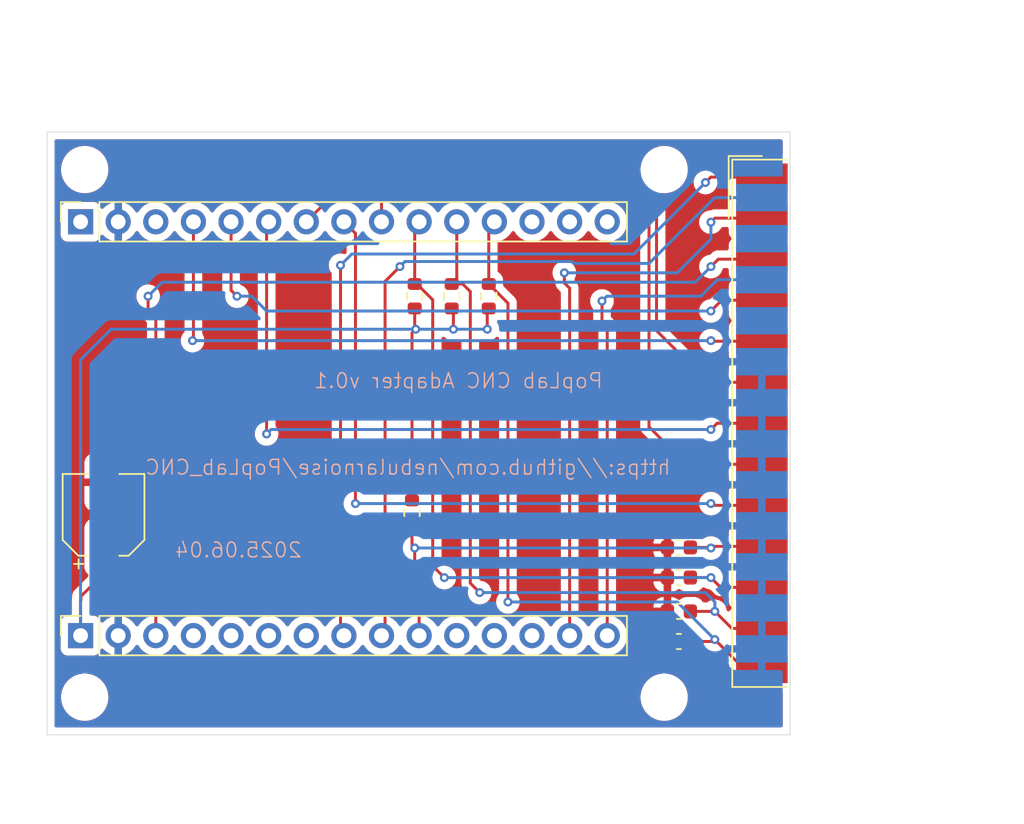
<source format=kicad_pcb>
(kicad_pcb (version 20241229) (generator "pcbnew") (generator_version "9.0")
  (layers (0 "F.Cu" signal) (2 "B.Cu" signal) (13 "F.Paste" user) (15 "B.Paste" user) (5 "F.SilkS" user "F.Silkscreen") (7 "B.SilkS" user "B.Silkscreen") (1 "F.Mask" user) (3 "B.Mask" user) (25 "Edge.Cuts" user))
  (net 0 "")
  (net 1 "GND")
  (net 3 "RX0")
  (net 4 "TX0")
  (net 5 "D4")
  (net 6 "D2")
  (net 7 "D5")
  (net 8 "3V3")
  (net 9 "RX2")
  (net 10 "D18")
  (net 11 "D22")
  (net 12 "TX2")
  (net 13 "D23")
  (net 14 "D19")
  (net 15 "D21")
  (net 16 "D15")
  (net 17 "VN")
  (net 18 "D26")
  (net 19 "D27")
  (net 20 "D14")
  (net 21 "D13")
  (net 22 "D35")
  (net 23 "D32")
  (net 24 "VIN")
  (net 25 "VP")
  (net 26 "D33")
  (net 27 "D12")
  (net 28 "EN")
  (net 29 "D25")
  (net 30 "D34")
  (footprint "Connector_PinSocket_2.54mm:PinSocket_1x15_P2.54mm_Vertical" (layer "F.Cu") (at 45.44 82.915 90)
    (property "Reference" "J2" (hide yes))
    (property "Value" "Conn_01x15_Socket")
    (fp_line (start 1.33 -1.33) (end 1.33 0) (stroke (width 0.12)) (layer "F.SilkS"))
    (fp_line (start 0 -1.33) (end 1.33 -1.33) (stroke (width 0.12)) (layer "F.SilkS"))
    (fp_line (start 1.33 1.27) (end 1.33 36.89) (stroke (width 0.12)) (layer "F.SilkS"))
    (fp_line (start -1.33 1.27) (end 1.33 1.27) (stroke (width 0.12)) (layer "F.SilkS"))
    (fp_line (start -1.33 1.27) (end -1.33 36.89) (stroke (width 0.12)) (layer "F.SilkS"))
    (fp_line (start -1.33 36.89) (end 1.33 36.89) (stroke (width 0.12)) (layer "F.SilkS"))
    (pad "1" thru_hole rect (at 0 0 90) (size 1.7 1.7) (drill 1) (layers "*.Cu" "*.Mask") (net 8 "3V3"))
    (pad "2" thru_hole oval (at 0 2.54 90) (size 1.7 1.7) (drill 1) (layers "*.Cu" "*.Mask") (net 1 "GND"))
    (pad "3" thru_hole oval (at 0 5.08 90) (size 1.7 1.7) (drill 1) (layers "*.Cu" "*.Mask") (net 16 "D15"))
    (pad "4" thru_hole oval (at 0 7.62 90) (size 1.7 1.7) (drill 1) (layers "*.Cu" "*.Mask") (net 6 "D2"))
    (pad "5" thru_hole oval (at 0 10.16 90) (size 1.7 1.7) (drill 1) (layers "*.Cu" "*.Mask") (net 5 "D4"))
    (pad "6" thru_hole oval (at 0 12.7 90) (size 1.7 1.7) (drill 1) (layers "*.Cu" "*.Mask") (net 9 "RX2"))
    (pad "7" thru_hole oval (at 0 15.24 90) (size 1.7 1.7) (drill 1) (layers "*.Cu" "*.Mask") (net 12 "TX2"))
    (pad "8" thru_hole oval (at 0 17.78 90) (size 1.7 1.7) (drill 1) (layers "*.Cu" "*.Mask") (net 7 "D5"))
    (pad "9" thru_hole oval (at 0 20.32 90) (size 1.7 1.7) (drill 1) (layers "*.Cu" "*.Mask") (net 10 "D18"))
    (pad "10" thru_hole oval (at 0 22.86 90) (size 1.7 1.7) (drill 1) (layers "*.Cu" "*.Mask") (net 14 "D19"))
    (pad "11" thru_hole oval (at 0 25.4 90) (size 1.7 1.7) (drill 1) (layers "*.Cu" "*.Mask") (net 15 "D21"))
    (pad "12" thru_hole oval (at 0 27.94 90) (size 1.7 1.7) (drill 1) (layers "*.Cu" "*.Mask") (net 3 "RX0"))
    (pad "13" thru_hole oval (at 0 30.48 90) (size 1.7 1.7) (drill 1) (layers "*.Cu" "*.Mask") (net 4 "TX0"))
    (pad "14" thru_hole oval (at 0 33.02 90) (size 1.7 1.7) (drill 1) (layers "*.Cu" "*.Mask") (net 11 "D22"))
    (pad "15" thru_hole oval (at 0 35.56 90) (size 1.7 1.7) (drill 1) (layers "*.Cu" "*.Mask") (net 13 "D23"))
  )
  (footprint "Resistor_SMD:R_0603_1608Metric" (layer "F.Cu") (at 73 60 90)
    (property "Reference" "R4" (hide yes))
    (property "Value" "10k")
    (fp_line (start -0.237258 -0.5225) (end 0.237258 -0.5225) (stroke (width 0.12)) (layer "F.SilkS"))
    (fp_line (start -0.237258 0.5225) (end 0.237258 0.5225) (stroke (width 0.12)) (layer "F.SilkS"))
    (pad "1" smd roundrect (at -0.825 0 90) (size 0.8 0.95) (layers "F.Cu" "F.Mask" "F.Paste") (net 8 "3V3"))
    (pad "2" smd roundrect (at 0.825 0 90) (size 0.8 0.95) (layers "F.Cu" "F.Mask" "F.Paste") (net 30 "D34"))
  )
  (footprint "Resistor_SMD:R_0603_1608Metric" (layer "F.Cu") (at 68 60 90)
    (property "Reference" "R2" (hide yes))
    (property "Value" "10k")
    (fp_line (start -0.237258 -0.5225) (end 0.237258 -0.5225) (stroke (width 0.12)) (layer "F.SilkS"))
    (fp_line (start -0.237258 0.5225) (end 0.237258 0.5225) (stroke (width 0.12)) (layer "F.SilkS"))
    (pad "1" smd roundrect (at -0.825 0 90) (size 0.8 0.95) (layers "F.Cu" "F.Mask" "F.Paste") (net 8 "3V3"))
    (pad "2" smd roundrect (at 0.825 0 90) (size 0.8 0.95) (layers "F.Cu" "F.Mask" "F.Paste") (net 23 "D32"))
  )
  (footprint "MountingHole:MountingHole_2.7mm_M2.5" (layer "F.Cu") (at 84.845 87.075)
    (property "Reference" "H4" (hide yes))
    (property "Value" "MountingHole")
    (pad "" np_thru_hole circle (at 0 0) (size 2.7 2.7) (drill 2.7) (layers "*.Cu" "*.Mask"))
  )
  (footprint "Capacitor_SMD:C_0603_1608Metric" (layer "F.Cu") (at 85.839 81.28 180)
    (property "Reference" "C3" (hide yes))
    (property "Value" "100nF")
    (fp_line (start -0.14058 0.51) (end 0.14058 0.51) (stroke (width 0.12)) (layer "F.SilkS"))
    (fp_line (start -0.14058 -0.51) (end 0.14058 -0.51) (stroke (width 0.12)) (layer "F.SilkS"))
    (pad "1" smd roundrect (at -0.775 0 180) (size 0.9 0.95) (layers "F.Cu" "F.Mask" "F.Paste") (net 22 "D35"))
    (pad "2" smd roundrect (at 0.775 0 180) (size 0.9 0.95) (layers "F.Cu" "F.Mask" "F.Paste") (net 1 "GND"))
  )
  (footprint "MountingHole:MountingHole_2.7mm_M2.5" (layer "F.Cu") (at 45.72 87.075)
    (property "Reference" "H2" (hide yes))
    (property "Value" "MountingHole")
    (pad "" np_thru_hole circle (at 0 0) (size 2.7 2.7) (drill 2.7) (layers "*.Cu" "*.Mask"))
  )
  (footprint "MountingHole:MountingHole_2.7mm_M2.5" (layer "F.Cu") (at 45.72 51.45)
    (property "Reference" "H1" (hide yes))
    (property "Value" "MountingHole")
    (pad "" np_thru_hole circle (at 0 0) (size 2.7 2.7) (drill 2.7) (layers "*.Cu" "*.Mask"))
  )
  (footprint "Resistor_SMD:R_0603_1608Metric" (layer "F.Cu") (at 67.818 74.613 -90)
    (property "Reference" "R1" (hide yes))
    (property "Value" "10k")
    (fp_line (start -0.237258 0.5225) (end 0.237258 0.5225) (stroke (width 0.12)) (layer "F.SilkS"))
    (fp_line (start -0.237258 -0.5225) (end 0.237258 -0.5225) (stroke (width 0.12)) (layer "F.SilkS"))
    (pad "1" smd roundrect (at -0.825 0 270) (size 0.8 0.95) (layers "F.Cu" "F.Mask" "F.Paste") (net 8 "3V3"))
    (pad "2" smd roundrect (at 0.825 0 270) (size 0.8 0.95) (layers "F.Cu" "F.Mask" "F.Paste") (net 14 "D19"))
  )
  (footprint "Capacitor_SMD:CP_Elec_5x5.8" (layer "F.Cu") (at 46.99 74.762 90)
    (property "Reference" "C5" (hide yes))
    (property "Value" "10uF")
    (fp_line (start 2.76 -2.76) (end 2.76 -1.06) (stroke (width 0.12)) (layer "F.SilkS"))
    (fp_line (start -1.695563 -2.76) (end 2.76 -2.76) (stroke (width 0.12)) (layer "F.SilkS"))
    (fp_line (start -3.3125 -1.9975) (end -3.3125 -1.3725) (stroke (width 0.12)) (layer "F.SilkS"))
    (fp_line (start -2.76 -1.695563) (end -1.695563 -2.76) (stroke (width 0.12)) (layer "F.SilkS"))
    (fp_line (start -2.76 -1.695563) (end -2.76 -1.06) (stroke (width 0.12)) (layer "F.SilkS"))
    (fp_line (start -3.625 -1.685) (end -3 -1.685) (stroke (width 0.12)) (layer "F.SilkS"))
    (fp_line (start -2.76 1.695563) (end -2.76 1.06) (stroke (width 0.12)) (layer "F.SilkS"))
    (fp_line (start -2.76 1.695563) (end -1.695563 2.76) (stroke (width 0.12)) (layer "F.SilkS"))
    (fp_line (start 2.76 2.76) (end 2.76 1.06) (stroke (width 0.12)) (layer "F.SilkS"))
    (fp_line (start -1.695563 2.76) (end 2.76 2.76) (stroke (width 0.12)) (layer "F.SilkS"))
    (pad "1" smd roundrect (at -2.2 0 90) (size 3 1.6) (layers "F.Cu" "F.Mask" "F.Paste") (roundrect_rratio 0.15625) (net 8 "3V3"))
    (pad "2" smd roundrect (at 2.2 0 90) (size 3 1.6) (layers "F.Cu" "F.Mask" "F.Paste") (roundrect_rratio 0.15625) (net 1 "GND"))
  )
  (footprint "Capacitor_SMD:C_0603_1608Metric" (layer "F.Cu") (at 85.839 83.312 180)
    (property "Reference" "C4" (hide yes))
    (property "Value" "100nF")
    (fp_line (start -0.14058 0.51) (end 0.14058 0.51) (stroke (width 0.12)) (layer "F.SilkS"))
    (fp_line (start -0.14058 -0.51) (end 0.14058 -0.51) (stroke (width 0.12)) (layer "F.SilkS"))
    (pad "1" smd roundrect (at -0.775 0 180) (size 0.9 0.95) (layers "F.Cu" "F.Mask" "F.Paste") (net 30 "D34"))
    (pad "2" smd roundrect (at 0.775 0 180) (size 0.9 0.95) (layers "F.Cu" "F.Mask" "F.Paste") (net 1 "GND"))
  )
  (footprint "Resistor_SMD:R_0603_1608Metric" (layer "F.Cu") (at 70.5 60 90)
    (property "Reference" "R3" (hide yes))
    (property "Value" "10k")
    (fp_line (start -0.237258 -0.5225) (end 0.237258 -0.5225) (stroke (width 0.12)) (layer "F.SilkS"))
    (fp_line (start -0.237258 0.5225) (end 0.237258 0.5225) (stroke (width 0.12)) (layer "F.SilkS"))
    (pad "1" smd roundrect (at -0.825 0 90) (size 0.8 0.95) (layers "F.Cu" "F.Mask" "F.Paste") (net 8 "3V3"))
    (pad "2" smd roundrect (at 0.825 0 90) (size 0.8 0.95) (layers "F.Cu" "F.Mask" "F.Paste") (net 22 "D35"))
  )
  (footprint "Connector_PinSocket_2.54mm:PinSocket_1x15_P2.54mm_Vertical" (layer "F.Cu") (at 45.44 54.975 90)
    (property "Reference" "J3" (hide yes))
    (property "Value" "Conn_01x15_Socket")
    (fp_line (start 1.33 -1.33) (end 1.33 0) (stroke (width 0.12)) (layer "F.SilkS"))
    (fp_line (start 0 -1.33) (end 1.33 -1.33) (stroke (width 0.12)) (layer "F.SilkS"))
    (fp_line (start 1.33 1.27) (end 1.33 36.89) (stroke (width 0.12)) (layer "F.SilkS"))
    (fp_line (start -1.33 1.27) (end 1.33 1.27) (stroke (width 0.12)) (layer "F.SilkS"))
    (fp_line (start -1.33 1.27) (end -1.33 36.89) (stroke (width 0.12)) (layer "F.SilkS"))
    (fp_line (start -1.33 36.89) (end 1.33 36.89) (stroke (width 0.12)) (layer "F.SilkS"))
    (pad "1" thru_hole rect (at 0 0 90) (size 1.7 1.7) (drill 1) (layers "*.Cu" "*.Mask") (net 24 "VIN"))
    (pad "2" thru_hole oval (at 0 2.54 90) (size 1.7 1.7) (drill 1) (layers "*.Cu" "*.Mask") (net 1 "GND"))
    (pad "3" thru_hole oval (at 0 5.08 90) (size 1.7 1.7) (drill 1) (layers "*.Cu" "*.Mask") (net 21 "D13"))
    (pad "4" thru_hole oval (at 0 7.62 90) (size 1.7 1.7) (drill 1) (layers "*.Cu" "*.Mask") (net 27 "D12"))
    (pad "5" thru_hole oval (at 0 10.16 90) (size 1.7 1.7) (drill 1) (layers "*.Cu" "*.Mask") (net 20 "D14"))
    (pad "6" thru_hole oval (at 0 12.7 90) (size 1.7 1.7) (drill 1) (layers "*.Cu" "*.Mask") (net 19 "D27"))
    (pad "7" thru_hole oval (at 0 15.24 90) (size 1.7 1.7) (drill 1) (layers "*.Cu" "*.Mask") (net 18 "D26"))
    (pad "8" thru_hole oval (at 0 17.78 90) (size 1.7 1.7) (drill 1) (layers "*.Cu" "*.Mask") (net 29 "D25"))
    (pad "9" thru_hole oval (at 0 20.32 90) (size 1.7 1.7) (drill 1) (layers "*.Cu" "*.Mask") (net 26 "D33"))
    (pad "10" thru_hole oval (at 0 22.86 90) (size 1.7 1.7) (drill 1) (layers "*.Cu" "*.Mask") (net 23 "D32"))
    (pad "11" thru_hole oval (at 0 25.4 90) (size 1.7 1.7) (drill 1) (layers "*.Cu" "*.Mask") (net 22 "D35"))
    (pad "12" thru_hole oval (at 0 27.94 90) (size 1.7 1.7) (drill 1) (layers "*.Cu" "*.Mask") (net 30 "D34"))
    (pad "13" thru_hole oval (at 0 30.48 90) (size 1.7 1.7) (drill 1) (layers "*.Cu" "*.Mask") (net 17 "VN"))
    (pad "14" thru_hole oval (at 0 33.02 90) (size 1.7 1.7) (drill 1) (layers "*.Cu" "*.Mask") (net 25 "VP"))
    (pad "15" thru_hole oval (at 0 35.56 90) (size 1.7 1.7) (drill 1) (layers "*.Cu" "*.Mask") (net 28 "EN"))
  )
  (footprint "Capacitor_SMD:C_0603_1608Metric" (layer "F.Cu") (at 85.839 78.994 180)
    (property "Reference" "C2" (hide yes))
    (property "Value" "100nF")
    (fp_line (start -0.14058 0.51) (end 0.14058 0.51) (stroke (width 0.12)) (layer "F.SilkS"))
    (fp_line (start -0.14058 -0.51) (end 0.14058 -0.51) (stroke (width 0.12)) (layer "F.SilkS"))
    (pad "1" smd roundrect (at -0.775 0 180) (size 0.9 0.95) (layers "F.Cu" "F.Mask" "F.Paste") (net 23 "D32"))
    (pad "2" smd roundrect (at 0.775 0 180) (size 0.9 0.95) (layers "F.Cu" "F.Mask" "F.Paste") (net 1 "GND"))
  )
  (footprint "Connector_Dsub:DSUB-25_Female_EdgeMount_P2.77mm" (layer "F.Cu") (at 91.44 68.58 90)
    (property "Reference" "J1" (hide yes))
    (property "Value" "DB25_Plug")
    (fp_line (start 18.043333 -2.24) (end 13.85 -2.24) (stroke (width 0.12)) (layer "F.SilkS"))
    (fp_line (start 17.803333 -2) (end -17.803333 -2) (stroke (width 0.12)) (layer "F.SilkS"))
    (fp_line (start -17.803333 -2) (end -17.803333 1.74) (stroke (width 0.12)) (layer "F.SilkS"))
    (fp_line (start 18.043333 0) (end 18.043333 -2.24) (stroke (width 0.12)) (layer "F.SilkS"))
    (fp_line (start 17.803333 1.74) (end 17.803333 -2) (stroke (width 0.12)) (layer "F.SilkS"))
    (pad "1" smd rect (at 16.62 0 90) (size 1.846667 3.48) (layers "F.Cu" "F.Mask" "F.Paste") (net 7 "D5"))
    (pad "2" smd rect (at 13.85 0 90) (size 1.846667 3.48) (layers "F.Cu" "F.Mask" "F.Paste") (net 11 "D22"))
    (pad "3" smd rect (at 11.08 0 90) (size 1.846667 3.48) (layers "F.Cu" "F.Mask" "F.Paste") (net 16 "D15"))
    (pad "4" smd rect (at 8.31 0 90) (size 1.846667 3.48) (layers "F.Cu" "F.Mask" "F.Paste") (net 20 "D14"))
    (pad "5" smd rect (at 5.54 0 90) (size 1.846667 3.48) (layers "F.Cu" "F.Mask" "F.Paste") (net 27 "D12"))
    (pad "6" smd rect (at 2.77 0 90) (size 1.846667 3.48) (layers "F.Cu" "F.Mask" "F.Paste") (net 18 "D26"))
    (pad "7" smd rect (at 0 0 90) (size 1.846667 3.48) (layers "F.Cu" "F.Mask" "F.Paste") (net 19 "D27"))
    (pad "8" smd rect (at -2.77 0 90) (size 1.846667 3.48) (layers "F.Cu" "F.Mask" "F.Paste") (net 26 "D33"))
    (pad "9" smd rect (at -5.54 0 90) (size 1.846667 3.48) (layers "F.Cu" "F.Mask" "F.Paste") (net 29 "D25"))
    (pad "10" smd rect (at -8.31 0 90) (size 1.846667 3.48) (layers "F.Cu" "F.Mask" "F.Paste") (net 14 "D19"))
    (pad "11" smd rect (at -11.08 0 90) (size 1.846667 3.48) (layers "F.Cu" "F.Mask" "F.Paste") (net 23 "D32"))
    (pad "12" smd rect (at -13.85 0 90) (size 1.846667 3.48) (layers "F.Cu" "F.Mask" "F.Paste") (net 22 "D35"))
    (pad "13" smd rect (at -16.62 0 90) (size 1.846667 3.48) (layers "F.Cu" "F.Mask" "F.Paste") (net 30 "D34"))
    (pad "14" smd rect (at 15.235 0 90) (size 1.846667 3.48) (layers "B.Cu" "B.Mask" "B.Paste") (net 10 "D18"))
    (pad "15" smd rect (at 12.465 0 90) (size 1.846667 3.48) (layers "B.Cu" "B.Mask" "B.Paste"))
    (pad "16" smd rect (at 9.695 0 90) (size 1.846667 3.48) (layers "B.Cu" "B.Mask" "B.Paste") (net 13 "D23"))
    (pad "17" smd rect (at 6.925 0 90) (size 1.846667 3.48) (layers "B.Cu" "B.Mask" "B.Paste"))
    (pad "18" smd rect (at 4.155 0 90) (size 1.846667 3.48) (layers "B.Cu" "B.Mask" "B.Paste") (net 1 "GND"))
    (pad "19" smd rect (at 1.385 0 90) (size 1.846667 3.48) (layers "B.Cu" "B.Mask" "B.Paste") (net 1 "GND"))
    (pad "20" smd rect (at -1.385 0 90) (size 1.846667 3.48) (layers "B.Cu" "B.Mask" "B.Paste") (net 1 "GND"))
    (pad "21" smd rect (at -4.155 0 90) (size 1.846667 3.48) (layers "B.Cu" "B.Mask" "B.Paste") (net 1 "GND"))
    (pad "22" smd rect (at -6.925 0 90) (size 1.846667 3.48) (layers "B.Cu" "B.Mask" "B.Paste") (net 1 "GND"))
    (pad "23" smd rect (at -9.695 0 90) (size 1.846667 3.48) (layers "B.Cu" "B.Mask" "B.Paste") (net 1 "GND"))
    (pad "24" smd rect (at -12.465 0 90) (size 1.846667 3.48) (layers "B.Cu" "B.Mask" "B.Paste") (net 1 "GND"))
    (pad "25" smd rect (at -15.235 0 90) (size 1.846667 3.48) (layers "B.Cu" "B.Mask" "B.Paste") (net 1 "GND"))
  )
  (footprint "MountingHole:MountingHole_2.7mm_M2.5" (layer "F.Cu") (at 84.845 51.45)
    (property "Reference" "H3" (hide yes))
    (property "Value" "MountingHole")
    (pad "" np_thru_hole circle (at 0 0) (size 2.7 2.7) (drill 2.7) (layers "*.Cu" "*.Mask"))
  )
  (footprint "Capacitor_SMD:C_0603_1608Metric" (layer "F.Cu") (at 85.839 76.962 180)
    (property "Reference" "C1" (hide yes))
    (property "Value" "100nF")
    (fp_line (start -0.14058 0.51) (end 0.14058 0.51) (stroke (width 0.12)) (layer "F.SilkS"))
    (fp_line (start -0.14058 -0.51) (end 0.14058 -0.51) (stroke (width 0.12)) (layer "F.SilkS"))
    (pad "1" smd roundrect (at -0.775 0 180) (size 0.9 0.95) (layers "F.Cu" "F.Mask" "F.Paste") (net 14 "D19"))
    (pad "2" smd roundrect (at 0.775 0 180) (size 0.9 0.95) (layers "F.Cu" "F.Mask" "F.Paste") (net 1 "GND"))
  )
  (gr_rect (start 43.18 48.91) (end 93.345 89.615) (stroke (width 0.05)) (fill no) (layer "Edge.Cuts"))
  (gr_text "https://github.com/nebularnoise/PopLab_CNC" (at 85.344 72.136 0) (layer "B.SilkS") (effects (font (size 1 1) (thickness 0.1)) (justify left bottom mirror)))
  (gr_text "2025.06.04" (at 60.452 77.724 0) (layer "B.SilkS") (effects (font (size 1 1) (thickness 0.1)) (justify left bottom mirror)))
  (gr_text "PopLab CNC Adapter v0.1" (at 80.772 66.294 0) (layer "B.SilkS") (effects (font (size 1 1) (thickness 0.1)) (justify left bottom mirror)))
  (segment (start 62.992 57.912) (end 62.992 82.687) (width 0.2) (layer "F.Cu") (net 7))
  (segment (start 91.44 51.96) (end 87.994 51.96) (width 0.2) (layer "F.Cu") (net 7))
  (segment (start 87.994 51.96) (end 87.63 52.324) (width 0.2) (layer "F.Cu") (net 7))
  (segment (start 62.992 82.687) (end 63.22 82.915) (width 0.2) (layer "F.Cu") (net 7))
  (via (at 87.63 52.324) (size 0.6) (drill 0.3) (layers "F.Cu" "B.Cu") (net 7))
  (via (at 62.992 57.912) (size 0.6) (drill 0.3) (layers "F.Cu" "B.Cu") (net 7))
  (segment (start 63.754 57.15) (end 62.992 57.912) (width 0.2) (layer "B.Cu") (net 7))
  (segment (start 82.804 57.15) (end 63.754 57.15) (width 0.2) (layer "B.Cu") (net 7))
  (segment (start 87.63 52.324) (end 82.804 57.15) (width 0.2) (layer "B.Cu") (net 7))
  (segment (start 70.612 62.23) (end 70.612 60.937) (width 0.2) (layer "F.Cu") (net 8))
  (segment (start 67.818 62.484) (end 68.072 62.23) (width 0.2) (layer "F.Cu") (net 8))
  (segment (start 46.99 78.74) (end 45.466 80.264) (width 0.2) (layer "F.Cu") (net 8))
  (segment (start 72.898 60.927) (end 73 60.825) (width 0.2) (layer "F.Cu") (net 8))
  (segment (start 68 62.158) (end 68.072 62.23) (width 0.2) (layer "F.Cu") (net 8))
  (segment (start 46.99 76.962) (end 46.99 78.74) (width 0.2) (layer "F.Cu") (net 8))
  (segment (start 45.466 80.518) (end 45.44 80.544) (width 0.2) (layer "F.Cu") (net 8))
  (segment (start 67.818 73.788) (end 67.818 62.484) (width 0.2) (layer "F.Cu") (net 8))
  (segment (start 45.466 80.264) (end 45.466 80.518) (width 0.2) (layer "F.Cu") (net 8))
  (segment (start 72.898 62.23) (end 72.898 60.927) (width 0.2) (layer "F.Cu") (net 8))
  (segment (start 70.612 60.937) (end 70.5 60.825) (width 0.2) (layer "F.Cu") (net 8))
  (segment (start 45.44 80.544) (end 45.44 82.915) (width 0.2) (layer "F.Cu") (net 8))
  (segment (start 68 60.825) (end 68 62.158) (width 0.2) (layer "F.Cu") (net 8))
  (via (at 70.612 62.23) (size 0.6) (drill 0.3) (layers "F.Cu" "B.Cu") (net 8))
  (via (at 72.898 62.23) (size 0.6) (drill 0.3) (layers "F.Cu" "B.Cu") (net 8))
  (via (at 68.072 62.23) (size 0.6) (drill 0.3) (layers "F.Cu" "B.Cu") (net 8))
  (segment (start 70.612 62.23) (end 72.898 62.23) (width 0.2) (layer "B.Cu") (net 8))
  (segment (start 45.44 64.288) (end 47.498 62.23) (width 0.2) (layer "B.Cu") (net 8))
  (segment (start 68.072 62.23) (end 70.612 62.23) (width 0.2) (layer "B.Cu") (net 8))
  (segment (start 45.44 82.915) (end 45.44 64.288) (width 0.2) (layer "B.Cu") (net 8))
  (segment (start 68.072 62.23) (end 47.498 62.23) (width 0.2) (layer "B.Cu") (net 8))
  (segment (start 66 59) (end 66 82.675) (width 0.2) (layer "F.Cu") (net 10))
  (segment (start 67 58) (end 66 59) (width 0.2) (layer "F.Cu") (net 10))
  (segment (start 66 82.675) (end 65.76 82.915) (width 0.2) (layer "F.Cu") (net 10))
  (via (at 67 58) (size 0.6) (drill 0.3) (layers "F.Cu" "B.Cu") (net 10))
  (segment (start 83.82 57.785) (end 78.738529 57.785) (width 0.2) (layer "B.Cu") (net 10))
  (segment (start 88.26 53.345) (end 83.82 57.785) (width 0.2) (layer "B.Cu") (net 10))
  (segment (start 67.342 57.658) (end 67 58) (width 0.2) (layer "B.Cu") (net 10))
  (segment (start 91.44 53.345) (end 88.26 53.345) (width 0.2) (layer "B.Cu") (net 10))
  (segment (start 78.738529 57.785) (end 78.611529 57.658) (width 0.2) (layer "B.Cu") (net 10))
  (segment (start 78.611529 57.658) (end 67.342 57.658) (width 0.2) (layer "B.Cu") (net 10))
  (segment (start 91.44 54.73) (end 88.27 54.73) (width 0.2) (layer "F.Cu") (net 11))
  (segment (start 78.105 59.105) (end 78.46 59.46) (width 0.2) (layer "F.Cu") (net 11))
  (segment (start 78.46 59.46) (end 78.46 82.915) (width 0.2) (layer "F.Cu") (net 11))
  (segment (start 88.27 54.73) (end 88 55) (width 0.2) (layer "F.Cu") (net 11))
  (segment (start 78.105 58.42) (end 78.105 59.105) (width 0.2) (layer "F.Cu") (net 11))
  (via (at 88 55) (size 0.6) (drill 0.3) (layers "F.Cu" "B.Cu") (net 11))
  (via (at 78.105 58.42) (size 0.6) (drill 0.3) (layers "F.Cu" "B.Cu") (net 11))
  (segment (start 85.725 58.42) (end 88 56.145) (width 0.2) (layer "B.Cu") (net 11))
  (segment (start 88 56.145) (end 88 55) (width 0.2) (layer "B.Cu") (net 11))
  (segment (start 78.105 58.42) (end 85.725 58.42) (width 0.2) (layer "B.Cu") (net 11))
  (segment (start 80.645 61.645) (end 81 62) (width 0.2) (layer "F.Cu") (net 13))
  (segment (start 80.645 60.325) (end 80.645 61.645) (width 0.2) (layer "F.Cu") (net 13))
  (segment (start 81 62) (end 81 82.915) (width 0.2) (layer "F.Cu") (net 13))
  (via (at 80.645 60.325) (size 0.6) (drill 0.3) (layers "F.Cu" "B.Cu") (net 13))
  (segment (start 87.32 60) (end 88.435 58.885) (width 0.2) (layer "B.Cu") (net 13))
  (segment (start 80.97 60) (end 87.32 60) (width 0.2) (layer "B.Cu") (net 13))
  (segment (start 80.645 60.325) (end 80.97 60) (width 0.2) (layer "B.Cu") (net 13))
  (segment (start 88.435 58.885) (end 91.44 58.885) (width 0.2) (layer "B.Cu") (net 13))
  (segment (start 67.818 75.438) (end 67.818 76.818) (width 0.2) (layer "F.Cu") (net 14))
  (segment (start 87.962 76.962) (end 88 77) (width 0.2) (layer "F.Cu") (net 14))
  (segment (start 67.818 76.818) (end 68 77) (width 0.2) (layer "F.Cu") (net 14))
  (segment (start 68 77) (end 68 78) (width 0.2) (layer "F.Cu") (net 14))
  (segment (start 91.44 76.89) (end 88.11 76.89) (width 0.2) (layer "F.Cu") (net 14))
  (segment (start 88.11 76.89) (end 88 77) (width 0.2) (layer "F.Cu") (net 14))
  (segment (start 68 78) (end 68.3 78.3) (width 0.2) (layer "F.Cu") (net 14))
  (segment (start 86.614 76.962) (end 87.962 76.962) (width 0.2) (layer "F.Cu") (net 14))
  (segment (start 68.3 78.3) (end 68.3 82.915) (width 0.2) (layer "F.Cu") (net 14))
  (via (at 68 77) (size 0.6) (drill 0.3) (layers "F.Cu" "B.Cu") (net 14))
  (via (at 88 77) (size 0.6) (drill 0.3) (layers "F.Cu" "B.Cu") (net 14))
  (segment (start 88 77) (end 68 77) (width 0.2) (layer "B.Cu") (net 14))
  (segment (start 50 61) (end 50.52 61.52) (width 0.2) (layer "F.Cu") (net 16))
  (segment (start 50 60) (end 50 61) (width 0.2) (layer "F.Cu") (net 16))
  (segment (start 50.52 61.52) (end 50.52 82.915) (width 0.2) (layer "F.Cu") (net 16))
  (segment (start 88.5 57.5) (end 88 58) (width 0.2) (layer "F.Cu") (net 16))
  (segment (start 91.44 57.5) (end 88.5 57.5) (width 0.2) (layer "F.Cu") (net 16))
  (via (at 88 58) (size 0.6) (drill 0.3) (layers "F.Cu" "B.Cu") (net 16))
  (via (at 50 60) (size 0.6) (drill 0.3) (layers "F.Cu" "B.Cu") (net 16))
  (segment (start 50.945 59.055) (end 50 60) (width 0.2) (layer "B.Cu") (net 16))
  (segment (start 86.945 59.055) (end 50.945 59.055) (width 0.2) (layer "B.Cu") (net 16))
  (segment (start 88 58) (end 86.945 59.055) (width 0.2) (layer "B.Cu") (net 16))
  (segment (start 82.804 52.324) (end 84.328 53.848) (width 0.2) (layer "F.Cu") (net 18))
  (segment (start 63.331 52.324) (end 82.804 52.324) (width 0.2) (layer "F.Cu") (net 18))
  (segment (start 60.68 54.975) (end 63.331 52.324) (width 0.2) (layer "F.Cu") (net 18))
  (segment (start 84.328 62.328) (end 87.81 65.81) (width 0.2) (layer "F.Cu") (net 18))
  (segment (start 84.328 53.848) (end 84.328 62.328) (width 0.2) (layer "F.Cu") (net 18))
  (segment (start 87.81 65.81) (end 91.44 65.81) (width 0.2) (layer "F.Cu") (net 18))
  (segment (start 58 55.115) (end 58.14 54.975) (width 0.2) (layer "F.Cu") (net 19))
  (segment (start 91.44 68.58) (end 88.42 68.58) (width 0.2) (layer "F.Cu") (net 19))
  (segment (start 88.42 68.58) (end 88 69) (width 0.2) (layer "F.Cu") (net 19))
  (segment (start 58 69.3) (end 58 55.115) (width 0.2) (layer "F.Cu") (net 19))
  (via (at 58 69.3) (size 0.6) (drill 0.3) (layers "F.Cu" "B.Cu") (net 19))
  (via (at 88 69) (size 0.6) (drill 0.3) (layers "F.Cu" "B.Cu") (net 19))
  (segment (start 58.3 69) (end 58 69.3) (width 0.2) (layer "B.Cu") (net 19))
  (segment (start 88 69) (end 58.3 69) (width 0.2) (layer "B.Cu") (net 19))
  (segment (start 88.73 60.27) (end 88 61) (width 0.2) (layer "F.Cu") (net 20))
  (segment (start 91.44 60.27) (end 88.73 60.27) (width 0.2) (layer "F.Cu") (net 20))
  (segment (start 55.6 54.975) (end 55.6 59.6) (width 0.2) (layer "F.Cu") (net 20))
  (segment (start 55.6 59.6) (end 56 60) (width 0.2) (layer "F.Cu") (net 20))
  (via (at 88 61) (size 0.6) (drill 0.3) (layers "F.Cu" "B.Cu") (net 20))
  (via (at 56 60) (size 0.6) (drill 0.3) (layers "F.Cu" "B.Cu") (net 20))
  (segment (start 56 60) (end 57 60) (width 0.2) (layer "B.Cu") (net 20))
  (segment (start 57 60) (end 58 61) (width 0.2) (layer "B.Cu") (net 20))
  (segment (start 58 61) (end 88 61) (width 0.2) (layer "B.Cu") (net 20))
  (segment (start 71.755 59.69) (end 71.755 79.375) (width 0.2) (layer "F.Cu") (net 22))
  (segment (start 89.415 82.43) (end 91.44 82.43) (width 0.2) (layer "F.Cu") (net 22))
  (segment (start 71.755 79.375) (end 72.39 80.01) (width 0.2) (layer "F.Cu") (net 22))
  (segment (start 88.265 81.28) (end 89.415 82.43) (width 0.2) (layer "F.Cu") (net 22))
  (segment (start 70.5 59.175) (end 71.24 59.175) (width 0.2) (layer "F.Cu") (net 22))
  (segment (start 70.84 54.975) (end 70.84 58.835) (width 0.2) (layer "F.Cu") (net 22))
  (segment (start 70.84 58.835) (end 70.5 59.175) (width 0.2) (layer "F.Cu") (net 22))
  (segment (start 86.614 81.28) (end 88.265 81.28) (width 0.2) (layer "F.Cu") (net 22))
  (segment (start 71.24 59.175) (end 71.755 59.69) (width 0.2) (layer "F.Cu") (net 22))
  (via (at 72.39 80.01) (size 0.6) (drill 0.3) (layers "F.Cu" "B.Cu") (net 22))
  (via (at 88.265 81.28) (size 0.6) (drill 0.3) (layers "F.Cu" "B.Cu") (net 22))
  (segment (start 72.39 80.01) (end 87.63 80.01) (width 0.2) (layer "B.Cu") (net 22))
  (segment (start 88.265 80.645) (end 88.265 81.28) (width 0.2) (layer "B.Cu") (net 22))
  (segment (start 87.63 80.01) (end 88.265 80.645) (width 0.2) (layer "B.Cu") (net 22))
  (segment (start 68.15 59.175) (end 68 59.175) (width 0.2) (layer "F.Cu") (net 23))
  (segment (start 68 55.275) (end 68.3 54.975) (width 0.2) (layer "F.Cu") (net 23))
  (segment (start 86.614 78.994) (end 87.994 78.994) (width 0.2) (layer "F.Cu") (net 23))
  (segment (start 88.66 79.66) (end 88 79) (width 0.2) (layer "F.Cu") (net 23))
  (segment (start 69.215 60.24) (end 68.15 59.175) (width 0.2) (layer "F.Cu") (net 23))
  (segment (start 68 59.175) (end 68 55.275) (width 0.2) (layer "F.Cu") (net 23))
  (segment (start 87.994 78.994) (end 88 79) (width 0.2) (layer "F.Cu") (net 23))
  (segment (start 69.215 78.215) (end 69.215 60.24) (width 0.2) (layer "F.Cu") (net 23))
  (segment (start 70 79) (end 69.215 78.215) (width 0.2) (layer "F.Cu") (net 23))
  (segment (start 91.44 79.66) (end 88.66 79.66) (width 0.2) (layer "F.Cu") (net 23))
  (via (at 70 79) (size 0.6) (drill 0.3) (layers "F.Cu" "B.Cu") (net 23))
  (via (at 88 79) (size 0.6) (drill 0.3) (layers "F.Cu" "B.Cu") (net 23))
  (segment (start 88 79) (end 70 79) (width 0.2) (layer "B.Cu") (net 23))
  (segment (start 65.76 54.975) (end 65.76 53.24) (width 0.2) (layer "F.Cu") (net 26))
  (segment (start 83.82 68.82) (end 86.35 71.35) (width 0.2) (layer "F.Cu") (net 26))
  (segment (start 83.82 53.82) (end 83.82 68.82) (width 0.2) (layer "F.Cu") (net 26))
  (segment (start 82.832 52.832) (end 83.82 53.82) (width 0.2) (layer "F.Cu") (net 26))
  (segment (start 66.168 52.832) (end 82.832 52.832) (width 0.2) (layer "F.Cu") (net 26))
  (segment (start 86.35 71.35) (end 91.44 71.35) (width 0.2) (layer "F.Cu") (net 26))
  (segment (start 65.76 53.24) (end 66.168 52.832) (width 0.2) (layer "F.Cu") (net 26))
  (segment (start 53.06 62.94) (end 53.06 54.975) (width 0.2) (layer "F.Cu") (net 27))
  (segment (start 91.44 63.04) (end 88.04 63.04) (width 0.2) (layer "F.Cu") (net 27))
  (segment (start 53 63) (end 53.06 62.94) (width 0.2) (layer "F.Cu") (net 27))
  (segment (start 88.04 63.04) (end 88 63) (width 0.2) (layer "F.Cu") (net 27))
  (via (at 88 63) (size 0.6) (drill 0.3) (layers "F.Cu" "B.Cu") (net 27))
  (via (at 53 63) (size 0.6) (drill 0.3) (layers "F.Cu" "B.Cu") (net 27))
  (segment (start 88 63) (end 53 63) (width 0.2) (layer "B.Cu") (net 27))
  (segment (start 64 55.755) (end 64 74) (width 0.2) (layer "F.Cu") (net 29))
  (segment (start 88.12 74.12) (end 91.44 74.12) (width 0.2) (layer "F.Cu") (net 29))
  (segment (start 88 74) (end 88.12 74.12) (width 0.2) (layer "F.Cu") (net 29))
  (segment (start 63.22 54.975) (end 64 55.755) (width 0.2) (layer "F.Cu") (net 29))
  (via (at 88 74) (size 0.6) (drill 0.3) (layers "F.Cu" "B.Cu") (net 29))
  (via (at 64 74) (size 0.6) (drill 0.3) (layers "F.Cu" "B.Cu") (net 29))
  (segment (start 64 74) (end 88 74) (width 0.2) (layer "B.Cu") (net 29))
  (segment (start 90.28 85.2) (end 88.265 83.185) (width 0.2) (layer "F.Cu") (net 30))
  (segment (start 74.295 80.645) (end 74.295 60.47) (width 0.2) (layer "F.Cu") (net 30))
  (segment (start 73 55.355) (end 73.38 54.975) (width 0.2) (layer "F.Cu") (net 30))
  (segment (start 86.614 83.312) (end 88.138 83.312) (width 0.2) (layer "F.Cu") (net 30))
  (segment (start 74.295 60.47) (end 73 59.175) (width 0.2) (layer "F.Cu") (net 30))
  (segment (start 88.138 83.312) (end 88.265 83.185) (width 0.2) (layer "F.Cu") (net 30))
  (segment (start 91.44 85.2) (end 90.28 85.2) (width 0.2) (layer "F.Cu") (net 30))
  (segment (start 73 59.175) (end 73 55.355) (width 0.2) (layer "F.Cu") (net 30))
  (via (at 88.265 83.185) (size 0.6) (drill 0.3) (layers "F.Cu" "B.Cu") (net 30))
  (via (at 74.295 80.645) (size 0.6) (drill 0.3) (layers "F.Cu" "B.Cu") (net 30))
  (segment (start 74.295 80.645) (end 85.725 80.645) (width 0.2) (layer "B.Cu") (net 30))
  (segment (start 85.725 80.645) (end 88.265 83.185) (width 0.2) (layer "B.Cu") (net 30))
  (zone (net 1) (net_name "GND") (layer "F.Cu") (connect_pads (clearance 0.5)) (min_thickness 0.25) (fill yes (thermal_gap 0.5) (thermal_bridge_width 0.5))
    (polygon (pts (xy 40 40) (xy 96 40) (xy 96 95) (xy 40 95)))
  )
  (zone (net 1) (net_name "GND") (layers "F.Cu" "B.Cu") (connect_pads (clearance 0.5)) (min_thickness 0.25) (fill yes (thermal_gap 0.5) (thermal_bridge_width 0.5))
    (polygon (pts (xy 40 40) (xy 96 40) (xy 96 95) (xy 40 95)))
  )
)
</source>
